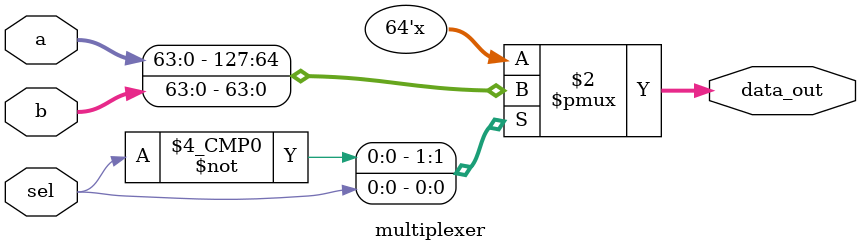
<source format=v>
module multiplexer
(
	output reg [63:0] data_out,
	input [63:0] a, b,
	input sel
	
);

	always @ (sel or a or b)
		begin
			case(sel)
				0: data_out = a;
				1: data_out = b;
			endcase	
		end
endmodule
</source>
